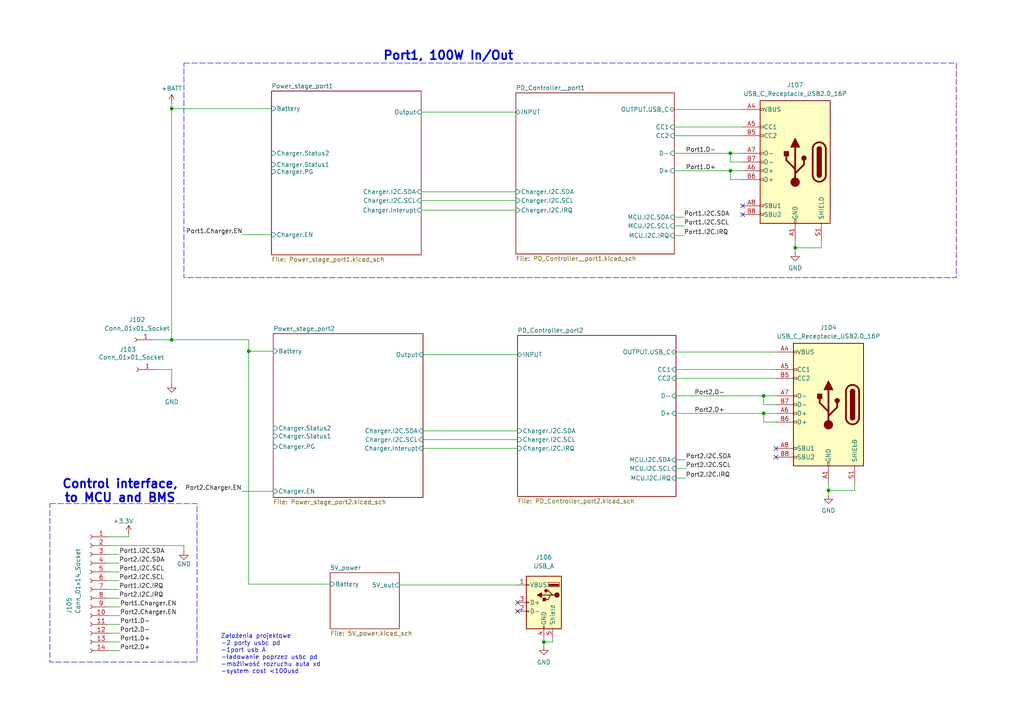
<source format=kicad_sch>
(kicad_sch (version 20231120) (generator "eeschema") (generator_version "8.0")
  (paper "A4")
  (lib_symbols
    (symbol "Connector:Conn_01x01_Socket" (pin_names (offset 1.016) hide)
      (property "Reference" "J" (at 0 2.54 0))
      (property "Value" "Conn_01x01_Socket" (at 0 -2.54 0))
      (symbol "Conn_01x01_Socket_1_1"
        (polyline (pts (xy -1.27 0) (xy -0.508 0)) (stroke (width 0.1524)))
        (arc (start 0 0.508) (mid -0.5058 0) (end 0 -0.508) (stroke (width 0.1524)))
        (pin passive line (at -5.08 0 0) (length 3.81) (name "Pin_1") (number "1"))
      )
    )
    (symbol "Connector:Conn_01x14_Socket" (pin_names (offset 1.016) hide)
      (property "Reference" "J" (at 0 17.78 0))
      (property "Value" "Conn_01x14_Socket" (at 0 -20.32 0))
      (symbol "Conn_01x14_Socket_1_1"
        (arc (start 0 -17.272) (mid -0.5058 -17.78) (end 0 -18.288) (stroke (width 0.1524)))
        (arc (start 0 -14.732) (mid -0.5058 -15.24) (end 0 -15.748) (stroke (width 0.1524)))
        (arc (start 0 -12.192) (mid -0.5058 -12.7) (end 0 -13.208) (stroke (width 0.1524)))
        (arc (start 0 -9.652) (mid -0.5058 -10.16) (end 0 -10.668) (stroke (width 0.1524)))
        (arc (start 0 -7.112) (mid -0.5058 -7.62) (end 0 -8.128) (stroke (width 0.1524)))
        (arc (start 0 -4.572) (mid -0.5058 -5.08) (end 0 -5.588) (stroke (width 0.1524)))
        (arc (start 0 -2.032) (mid -0.5058 -2.54) (end 0 -3.048) (stroke (width 0.1524)))
        (polyline (pts (xy -1.27 -17.78) (xy -0.508 -17.78)) (stroke (width 0.1524)))
        (polyline (pts (xy -1.27 -15.24) (xy -0.508 -15.24)) (stroke (width 0.1524)))
        (polyline (pts (xy -1.27 -12.7) (xy -0.508 -12.7)) (stroke (width 0.1524)))
        (polyline (pts (xy -1.27 -10.16) (xy -0.508 -10.16)) (stroke (width 0.1524)))
        (polyline (pts (xy -1.27 -7.62) (xy -0.508 -7.62)) (stroke (width 0.1524)))
        (polyline (pts (xy -1.27 -5.08) (xy -0.508 -5.08)) (stroke (width 0.1524)))
        (polyline (pts (xy -1.27 -2.54) (xy -0.508 -2.54)) (stroke (width 0.1524)))
        (polyline (pts (xy -1.27 0) (xy -0.508 0)) (stroke (width 0.1524)))
        (polyline (pts (xy -1.27 2.54) (xy -0.508 2.54)) (stroke (width 0.1524)))
        (polyline (pts (xy -1.27 5.08) (xy -0.508 5.08)) (stroke (width 0.1524)))
        (polyline (pts (xy -1.27 7.62) (xy -0.508 7.62)) (stroke (width 0.1524)))
        (polyline (pts (xy -1.27 10.16) (xy -0.508 10.16)) (stroke (width 0.1524)))
        (polyline (pts (xy -1.27 12.7) (xy -0.508 12.7)) (stroke (width 0.1524)))
        (polyline (pts (xy -1.27 15.24) (xy -0.508 15.24)) (stroke (width 0.1524)))
        (arc (start 0 0.508) (mid -0.5058 0) (end 0 -0.508) (stroke (width 0.1524)))
        (arc (start 0 3.048) (mid -0.5058 2.54) (end 0 2.032) (stroke (width 0.1524)))
        (arc (start 0 5.588) (mid -0.5058 5.08) (end 0 4.572) (stroke (width 0.1524)))
        (arc (start 0 8.128) (mid -0.5058 7.62) (end 0 7.112) (stroke (width 0.1524)))
        (arc (start 0 10.668) (mid -0.5058 10.16) (end 0 9.652) (stroke (width 0.1524)))
        (arc (start 0 13.208) (mid -0.5058 12.7) (end 0 12.192) (stroke (width 0.1524)))
        (arc (start 0 15.748) (mid -0.5058 15.24) (end 0 14.732) (stroke (width 0.1524)))
        (pin passive line (at -5.08 15.24 0) (length 3.81) (name "Pin_1") (number "1"))
        (pin passive line (at -5.08 -7.62 0) (length 3.81) (name "Pin_10") (number "10"))
        (pin passive line (at -5.08 -10.16 0) (length 3.81) (name "Pin_11") (number "11"))
        (pin passive line (at -5.08 -12.7 0) (length 3.81) (name "Pin_12") (number "12"))
        (pin passive line (at -5.08 -15.24 0) (length 3.81) (name "Pin_13") (number "13"))
        (pin passive line (at -5.08 -17.78 0) (length 3.81) (name "Pin_14") (number "14"))
        (pin passive line (at -5.08 12.7 0) (length 3.81) (name "Pin_2") (number "2"))
        (pin passive line (at -5.08 10.16 0) (length 3.81) (name "Pin_3") (number "3"))
        (pin passive line (at -5.08 7.62 0) (length 3.81) (name "Pin_4") (number "4"))
        (pin passive line (at -5.08 5.08 0) (length 3.81) (name "Pin_5") (number "5"))
        (pin passive line (at -5.08 2.54 0) (length 3.81) (name "Pin_6") (number "6"))
        (pin passive line (at -5.08 0 0) (length 3.81) (name "Pin_7") (number "7"))
        (pin passive line (at -5.08 -2.54 0) (length 3.81) (name "Pin_8") (number "8"))
        (pin passive line (at -5.08 -5.08 0) (length 3.81) (name "Pin_9") (number "9"))
      )
    )
    (symbol "Connector:USB_A" (pin_names (offset 1.016))
      (property "Reference" "J" (at -5.08 11.43 0))
      (property "Value" "USB_A" (at -5.08 8.89 0))
      (symbol "USB_A_0_1"
        (rectangle (start -5.08 -7.62) (end 5.08 7.62) (stroke (width 0.254)) (fill (type background)))
        (circle (center -3.81 2.159) (radius 0.635) (stroke (width 0.254)) (fill (type outline)))
        (rectangle (start -1.524 4.826) (end -4.318 5.334) (fill (type outline)))
        (rectangle (start -1.27 4.572) (end -4.572 5.842))
        (circle (center -0.635 3.429) (radius 0.381) (stroke (width 0.254)) (fill (type outline)))
        (rectangle (start -0.127 -7.62) (end 0.127 -6.858))
        (polyline (pts (xy -3.175 2.159) (xy -2.54 2.159) (xy -1.27 3.429) (xy -0.635 3.429)) (stroke (width 0.254)))
        (polyline (pts (xy -2.54 2.159) (xy -1.905 2.159) (xy -1.27 0.889) (xy 0 0.889)) (stroke (width 0.254)))
        (polyline (pts (xy 0.635 2.794) (xy 0.635 1.524) (xy 1.905 2.159) (xy 0.635 2.794)) (stroke (width 0.254)) (fill (type outline)))
        (rectangle (start 0.254 1.27) (end -0.508 0.508) (stroke (width 0.254)) (fill (type outline)))
        (rectangle (start 5.08 -2.667) (end 4.318 -2.413))
        (rectangle (start 5.08 -0.127) (end 4.318 0.127))
        (rectangle (start 5.08 4.953) (end 4.318 5.207))
      )
      (symbol "USB_A_1_1"
        (polyline (pts (xy -1.905 2.159) (xy 0.635 2.159)) (stroke (width 0.254)))
        (pin power_in line (at 7.62 5.08 180) (length 2.54) (name "VBUS") (number "1"))
        (pin bidirectional line (at 7.62 -2.54 180) (length 2.54) (name "D-") (number "2"))
        (pin bidirectional line (at 7.62 0 180) (length 2.54) (name "D+") (number "3"))
        (pin power_in line (at 0 -10.16 90) (length 2.54) (name "GND") (number "4"))
        (pin passive line (at -2.54 -10.16 90) (length 2.54) (name "Shield") (number "5"))
      )
    )
    (symbol "Connector:USB_C_Receptacle_USB2.0_16P" (pin_names (offset 1.016))
      (property "Reference" "J" (at 0 22.225 0))
      (property "Value" "USB_C_Receptacle_USB2.0_16P" (at 0 19.685 0))
      (symbol "USB_C_Receptacle_USB2.0_16P_0_0"
        (rectangle (start -0.254 -17.78) (end 0.254 -16.764))
        (rectangle (start 10.16 -14.986) (end 9.144 -15.494))
        (rectangle (start 10.16 -12.446) (end 9.144 -12.954))
        (rectangle (start 10.16 -4.826) (end 9.144 -5.334))
        (rectangle (start 10.16 -2.286) (end 9.144 -2.794))
        (rectangle (start 10.16 0.254) (end 9.144 -0.254))
        (rectangle (start 10.16 2.794) (end 9.144 2.286))
        (rectangle (start 10.16 7.874) (end 9.144 7.366))
        (rectangle (start 10.16 10.414) (end 9.144 9.906))
        (rectangle (start 10.16 15.494) (end 9.144 14.986))
      )
      (symbol "USB_C_Receptacle_USB2.0_16P_0_1"
        (rectangle (start -10.16 17.78) (end 10.16 -17.78) (stroke (width 0.254)) (fill (type background)))
        (arc (start -8.89 -3.81) (mid -6.985 -5.7067) (end -5.08 -3.81) (stroke (width 0.508)))
        (arc (start -7.62 -3.81) (mid -6.985 -4.4423) (end -6.35 -3.81) (stroke (width 0.254)))
        (arc (start -7.62 -3.81) (mid -6.985 -4.4423) (end -6.35 -3.81) (stroke (width 0.254)) (fill (type outline)))
        (rectangle (start -7.62 -3.81) (end -6.35 3.81) (stroke (width 0.254)) (fill (type outline)))
        (arc (start -6.35 3.81) (mid -6.985 4.4423) (end -7.62 3.81) (stroke (width 0.254)))
        (arc (start -6.35 3.81) (mid -6.985 4.4423) (end -7.62 3.81) (stroke (width 0.254)) (fill (type outline)))
        (arc (start -5.08 3.81) (mid -6.985 5.7067) (end -8.89 3.81) (stroke (width 0.508)))
        (circle (center -2.54 1.143) (radius 0.635) (stroke (width 0.254)) (fill (type outline)))
        (circle (center 0 -5.842) (radius 1.27) (fill (type outline)))
        (polyline (pts (xy -8.89 -3.81) (xy -8.89 3.81)) (stroke (width 0.508)))
        (polyline (pts (xy -5.08 3.81) (xy -5.08 -3.81)) (stroke (width 0.508)))
        (polyline (pts (xy 0 -5.842) (xy 0 4.318)) (stroke (width 0.508)))
        (polyline (pts (xy 0 -3.302) (xy -2.54 -0.762) (xy -2.54 0.508)) (stroke (width 0.508)))
        (polyline (pts (xy 0 -2.032) (xy 2.54 0.508) (xy 2.54 1.778)) (stroke (width 0.508)))
        (polyline (pts (xy -1.27 4.318) (xy 0 6.858) (xy 1.27 4.318) (xy -1.27 4.318)) (stroke (width 0.254)) (fill (type outline)))
        (rectangle (start 1.905 1.778) (end 3.175 3.048) (stroke (width 0.254)) (fill (type outline)))
      )
      (symbol "USB_C_Receptacle_USB2.0_16P_1_1"
        (pin passive line (at 0 -22.86 90) (length 5.08) (name "GND") (number "A1"))
        (pin passive line (at 0 -22.86 90) (length 5.08) hide (name "GND") (number "A12"))
        (pin passive line (at 15.24 15.24 180) (length 5.08) (name "VBUS") (number "A4"))
        (pin bidirectional line (at 15.24 10.16 180) (length 5.08) (name "CC1") (number "A5"))
        (pin bidirectional line (at 15.24 -2.54 180) (length 5.08) (name "D+") (number "A6"))
        (pin bidirectional line (at 15.24 2.54 180) (length 5.08) (name "D-") (number "A7"))
        (pin bidirectional line (at 15.24 -12.7 180) (length 5.08) (name "SBU1") (number "A8"))
        (pin passive line (at 15.24 15.24 180) (length 5.08) hide (name "VBUS") (number "A9"))
        (pin passive line (at 0 -22.86 90) (length 5.08) hide (name "GND") (number "B1"))
        (pin passive line (at 0 -22.86 90) (length 5.08) hide (name "GND") (number "B12"))
        (pin passive line (at 15.24 15.24 180) (length 5.08) hide (name "VBUS") (number "B4"))
        (pin bidirectional line (at 15.24 7.62 180) (length 5.08) (name "CC2") (number "B5"))
        (pin bidirectional line (at 15.24 -5.08 180) (length 5.08) (name "D+") (number "B6"))
        (pin bidirectional line (at 15.24 0 180) (length 5.08) (name "D-") (number "B7"))
        (pin bidirectional line (at 15.24 -15.24 180) (length 5.08) (name "SBU2") (number "B8"))
        (pin passive line (at 15.24 15.24 180) (length 5.08) hide (name "VBUS") (number "B9"))
        (pin passive line (at -7.62 -22.86 90) (length 5.08) (name "SHIELD") (number "S1"))
      )
    )
    (symbol "GND_1" (power) (pin_numbers hide) (pin_names (offset 0) hide)
      (property "Value" "GND" (at 0 -3.81 0))
      (symbol "GND_1_0_1"
        (polyline (pts (xy 0 0) (xy 0 -1.27) (xy 1.27 -1.27) (xy 0 -2.54) (xy -1.27 -1.27) (xy 0 -1.27)))
      )
      (symbol "GND_1_1_1"
        (pin power_in line (at 0 0 270) (length 0) (name "~") (number "1"))
      )
    )
    (symbol "power:+3.3V" (power) (pin_names (offset 0))
      (property "Value" "+3.3V" (at 0 3.556 0))
      (symbol "+3.3V_0_1"
        (polyline (pts (xy -0.762 1.27) (xy 0 2.54)))
        (polyline (pts (xy 0 0) (xy 0 2.54)))
        (polyline (pts (xy 0 2.54) (xy 0.762 1.27)))
      )
      (symbol "+3.3V_1_1"
        (pin power_in line (at 0 0 90) (length 0) hide (name "+3.3V") (number "1"))
      )
    )
    (symbol "power:+BATT" (power) (pin_numbers hide) (pin_names (offset 0) hide)
      (property "Value" "+BATT" (at 0 3.556 0))
      (symbol "+BATT_0_1"
        (polyline (pts (xy -0.762 1.27) (xy 0 2.54)))
        (polyline (pts (xy 0 0) (xy 0 2.54)))
        (polyline (pts (xy 0 2.54) (xy 0.762 1.27)))
      )
      (symbol "+BATT_1_1"
        (pin power_in line (at 0 0 90) (length 0) (name "~") (number "1"))
      )
    )
    (symbol "power:GND" (power) (pin_names (offset 0))
      (property "Value" "GND" (at 0 -3.81 0))
      (symbol "GND_0_1"
        (polyline (pts (xy 0 0) (xy 0 -1.27) (xy 1.27 -1.27) (xy 0 -2.54) (xy -1.27 -1.27) (xy 0 -1.27)))
      )
      (symbol "GND_1_1"
        (pin power_in line (at 0 0 270) (length 0) hide (name "GND") (number "1"))
      )
    )
  )
  (junction (at 72.136 101.854))
  (junction (at 240.284 142.24))
  (junction (at 211.836 44.45))
  (junction (at 221.488 119.888))
  (junction (at 230.632 71.882))
  (junction (at 157.734 186.2074))
  (junction (at 221.488 114.808))
  (junction (at 49.784 31.496))
  (junction (at 211.836 49.53))
  (junction (at 49.784 98.552))
  (no_connect (at 215.392 62.23))
  (no_connect (at 150.114 177.292))
  (no_connect (at 150.114 174.752))
  (no_connect (at 215.392 59.69))
  (no_connect (at 225.044 130.048))
  (no_connect (at 225.044 132.588))
  (wire (pts (xy 196.088 119.888) (xy 221.488 119.888)))
  (wire (pts (xy 247.904 127.508) (xy 247.904 129.54)))
  (wire (pts (xy 238.252 69.85) (xy 238.252 71.882)))
  (wire (pts (xy 211.836 52.07) (xy 211.836 49.53)))
  (wire (pts (xy 195.58 65.532) (xy 198.374 65.532)))
  (wire (pts (xy 195.58 36.83) (xy 215.392 36.83)))
  (wire (pts (xy 49.784 31.496) (xy 49.784 98.552)))
  (wire (pts (xy 195.58 68.326) (xy 198.374 68.326)))
  (wire (pts (xy 230.632 71.882) (xy 230.632 73.152)))
  (wire (pts (xy 49.784 107.188) (xy 49.784 111.252)))
  (wire (pts (xy 196.088 138.684) (xy 198.882 138.684)))
  (wire (pts (xy 49.784 29.972) (xy 49.784 31.496)))
  (wire (pts (xy 195.58 62.992) (xy 198.374 62.992)))
  (wire (pts (xy 160.274 184.912) (xy 160.274 186.2074)))
  (wire (pts (xy 240.284 142.24) (xy 247.904 142.24)))
  (wire (pts (xy 31.242 178.562) (xy 34.798 178.562)))
  (wire (pts (xy 211.836 49.53) (xy 215.392 49.53)))
  (wire (pts (xy 34.544 170.942) (xy 31.242 170.942)))
  (wire (pts (xy 122.682 124.968) (xy 150.114 124.968)))
  (wire (pts (xy 196.088 102.108) (xy 225.044 102.108)))
  (wire (pts (xy 221.488 117.348) (xy 221.488 114.808)))
  (wire (pts (xy 72.136 169.418) (xy 72.136 101.854)))
  (wire (pts (xy 221.488 122.428) (xy 221.488 119.888)))
  (wire (pts (xy 115.824 169.672) (xy 150.114 169.672)))
  (wire (pts (xy 211.836 46.99) (xy 211.836 44.45)))
  (wire (pts (xy 44.704 107.188) (xy 49.784 107.188)))
  (wire (pts (xy 31.242 186.182) (xy 34.798 186.182)))
  (wire (pts (xy 31.242 168.402) (xy 34.544 168.402)))
  (wire (pts (xy 196.088 109.728) (xy 225.044 109.728)))
  (wire (pts (xy 122.174 32.512) (xy 149.606 32.512)))
  (wire (pts (xy 196.088 114.808) (xy 221.488 114.808)))
  (wire (pts (xy 215.392 52.07) (xy 211.836 52.07)))
  (wire (pts (xy 49.784 98.552) (xy 72.136 98.552)))
  (wire (pts (xy 195.58 39.37) (xy 215.392 39.37)))
  (wire (pts (xy 72.136 101.854) (xy 79.248 101.854)))
  (wire (pts (xy 122.174 60.96) (xy 149.606 60.96)))
  (wire (pts (xy 230.632 71.882) (xy 238.252 71.882)))
  (wire (pts (xy 122.174 58.166) (xy 149.606 58.166)))
  (wire (pts (xy 31.242 165.862) (xy 34.544 165.862)))
  (wire (pts (xy 95.758 169.418) (xy 72.136 169.418)))
  (wire (pts (xy 72.136 101.854) (xy 72.136 98.552)))
  (wire (pts (xy 31.242 163.322) (xy 34.544 163.322)))
  (wire (pts (xy 195.58 44.45) (xy 211.836 44.45)))
  (wire (pts (xy 37.338 155.702) (xy 31.242 155.702)))
  (wire (pts (xy 195.58 49.53) (xy 211.836 49.53)))
  (wire (pts (xy 53.34 158.242) (xy 31.242 158.242)))
  (wire (pts (xy 240.284 142.24) (xy 240.284 143.51)))
  (wire (pts (xy 221.488 119.888) (xy 225.044 119.888)))
  (wire (pts (xy 160.274 186.2074) (xy 157.734 186.2074)))
  (wire (pts (xy 34.544 173.482) (xy 31.242 173.482)))
  (wire (pts (xy 122.682 102.87) (xy 150.114 102.87)))
  (wire (pts (xy 157.734 186.2074) (xy 157.734 187.4012)))
  (wire (pts (xy 196.088 107.188) (xy 225.044 107.188)))
  (wire (pts (xy 49.784 31.496) (xy 78.74 31.496)))
  (wire (pts (xy 31.242 188.722) (xy 34.798 188.722)))
  (wire (pts (xy 122.682 130.048) (xy 150.114 130.048)))
  (wire (pts (xy 31.242 160.782) (xy 34.544 160.782)))
  (wire (pts (xy 196.088 135.89) (xy 198.882 135.89)))
  (wire (pts (xy 31.242 183.642) (xy 34.798 183.642)))
  (wire (pts (xy 225.044 117.348) (xy 221.488 117.348)))
  (wire (pts (xy 211.836 44.45) (xy 215.392 44.45)))
  (wire (pts (xy 240.284 140.208) (xy 240.284 142.24)))
  (wire (pts (xy 195.58 31.75) (xy 215.392 31.75)))
  (wire (pts (xy 215.392 46.99) (xy 211.836 46.99)))
  (wire (pts (xy 31.242 176.022) (xy 34.798 176.022)))
  (wire (pts (xy 44.196 98.552) (xy 49.784 98.552)))
  (wire (pts (xy 37.338 154.94) (xy 37.338 155.702)))
  (wire (pts (xy 230.632 69.85) (xy 230.632 71.882)))
  (wire (pts (xy 247.904 140.208) (xy 247.904 142.24)))
  (wire (pts (xy 122.682 127.508) (xy 150.114 127.508)))
  (wire (pts (xy 196.088 133.35) (xy 198.882 133.35)))
  (wire (pts (xy 122.174 55.626) (xy 149.606 55.626)))
  (wire (pts (xy 31.242 181.102) (xy 34.798 181.102)))
  (wire (pts (xy 221.488 114.808) (xy 225.044 114.808)))
  (wire (pts (xy 225.044 122.428) (xy 221.488 122.428)))
  (wire (pts (xy 157.734 184.912) (xy 157.734 186.2074)))
  (wire (pts (xy 70.358 68.072) (xy 78.74 68.072)))
  (wire (pts (xy 70.104 142.494) (xy 79.248 142.494)))
  (wire (pts (xy 53.34 159.766) (xy 53.34 158.242)))
  (rectangle (start 14.478 146.05) (end 57.15 192.024) (stroke (width 0) (type dash)))
  (rectangle (start 53.34 18.288) (end 277.368 80.518) (stroke (width 0) (type dash)))
  (text "Control interface,\nto MCU and BMS" (at 34.798 142.494 0) (effects (font (size 2.5 2.5) (thickness 0.5) (bold yes))))
  (text "Założenia projektowe\n-2 porty usbc pd\n-1port usb A\n-ładowanie poprzez usbc pd \n-możliwość rozruchu auta xd\n-system cost <100usd\n\n" (at 64.008 197.612 0) (effects (font (size 1.27 1.27)) (justify left bottom)))
  (text "Port1, 100W In/Out" (at 130.048 16.256 0) (effects (font (size 2.5 2.5) (thickness 0.5) (bold yes))))
  (label "Port1.I2C.SCL" (at 198.374 65.532 0))
  (label "Port1.I2C.SCL" (at 34.544 165.862 0))
  (label "Port2.I2C.IRQ" (at 198.882 138.684 0))
  (label "Port1.Charger.EN" (at 34.798 176.022 0))
  (label "Port2.Charger.EN" (at 70.104 142.494 180))
  (label "Port2.I2C.SCL" (at 198.882 135.89 0))
  (label "Port1.D-" (at 34.798 181.102 0))
  (label "Port2.I2C.IRQ" (at 34.544 173.482 0))
  (label "Port1.I2C.IRQ" (at 34.544 170.942 0))
  (label "Port2.D+" (at 201.422 119.888 0))
  (label "Port2.D+" (at 34.798 188.722 0))
  (label "Port1.I2C.SDA" (at 198.374 62.992 0))
  (label "Port2.D-" (at 201.422 114.808 0))
  (label "Port1.I2C.SDA" (at 34.544 160.782 0))
  (label "Port1.D+" (at 34.798 186.182 0))
  (label "Port2.I2C.SDA" (at 198.882 133.35 0))
  (label "Port2.D-" (at 34.798 183.642 0))
  (label "Port2.I2C.SDA" (at 34.544 163.322 0))
  (label "Port1.D+" (at 198.882 49.53 0))
  (label "Port2.I2C.SCL" (at 34.544 168.402 0))
  (label "Port1.I2C.IRQ" (at 198.374 68.326 0))
  (label "Port1.D-" (at 198.882 44.45 0))
  (label "Port1.Charger.EN" (at 70.358 68.072 180))
  (label "Port2.Charger.EN" (at 34.798 178.562 0))
  (symbol (lib_id "Connector:USB_A") (at 157.734 174.752 0) (mirror y) (unit 1)
    (property "Reference" "J106" (at 157.734 161.6456 0))
    (property "Value" "USB_A" (at 157.734 164.1856 0))
    (property "Footprint" "Connector_USB:USB_A_CNCTech_1001-011-01101_Horizontal" (effects (hide yes)))
    (property "Datasheet" " ~" (effects (hide yes)))
  )
  (symbol (lib_id "power:GND") (at 157.734 187.4012 0) (unit 1)
    (property "Reference" "#PWR0104" (effects (hide yes)))
    (property "Value" "GND" (at 157.734 192.1002 0))
  )
  (symbol (lib_name "GND_1") (lib_id "power:GND") (at 53.34 159.766 0) (unit 1)
    (property "Reference" "#PWR0247" (effects (hide yes)))
    (property "Value" "GND" (at 53.34 163.576 0))
    (property "Description" "Power symbol creates a global label with name \"GND\" , ground" (effects (hide yes)))
  )
  (symbol (lib_id "Connector:Conn_01x01_Socket") (at 39.624 107.188 180) (unit 1)
    (property "Reference" "J103" (at 37.084 101.346 0))
    (property "Value" "Conn_01x01_Socket" (at 38.1 103.632 0))
    (property "Footprint" "TestPoint:TestPoint_Pad_4.0x4.0mm" (effects (hide yes)))
    (property "Description" "Generic connector, single row, 01x01, script generated" (effects (hide yes)))
  )
  (symbol (lib_id "power:GND") (at 240.284 143.51 0) (unit 1)
    (property "Reference" "#PWR0208" (effects (hide yes)))
    (property "Value" "GND" (at 240.284 148.082 0))
  )
  (symbol (lib_id "power:GND") (at 230.632 73.152 0) (unit 1)
    (property "Reference" "#PWR0102" (effects (hide yes)))
    (property "Value" "GND" (at 230.632 77.724 0))
  )
  (symbol (lib_id "Connector:Conn_01x14_Socket") (at 26.162 170.942 0) (mirror y) (unit 1)
    (property "Reference" "J105" (at 20.066 178.054 90) (effects (justify left)))
    (property "Value" "Conn_01x14_Socket" (at 22.606 178.054 90) (effects (justify left)))
    (property "Footprint" "Connector_PinHeader_1.00mm:PinHeader_2x07_P1.00mm_Vertical_SMD" (effects (hide yes)))
    (property "Description" "Generic connector, single row, 01x14, script generated" (effects (hide yes)))
  )
  (symbol (lib_id "power:+BATT") (at 49.784 29.972 0) (unit 1)
    (property "Reference" "#PWR0209" (effects (hide yes)))
    (property "Value" "+BATT" (at 49.784 25.654 0))
    (property "Description" "Power symbol creates a global label with name \"+BATT\"" (effects (hide yes)))
  )
  (symbol (lib_id "Connector:USB_C_Receptacle_USB2.0_16P") (at 230.632 46.99 0) (mirror y) (unit 1)
    (property "Reference" "J107" (at 230.632 24.638 0))
    (property "Value" "USB_C_Receptacle_USB2.0_16P" (at 230.632 27.178 0))
    (property "Footprint" "Connector_USB:USB_C_Receptacle_GCT_USB4110" (effects (hide yes)))
    (property "Datasheet" "https://www.usb.org/sites/default/files/documents/usb_type-c.zip" (effects (hide yes)))
    (property "Description" "USB 2.0-only 16P Type-C Receptacle connector" (effects (hide yes)))
  )
  (symbol (lib_id "Connector:USB_C_Receptacle_USB2.0_16P") (at 240.284 117.348 0) (mirror y) (unit 1)
    (property "Reference" "J104" (at 240.284 94.996 0))
    (property "Value" "USB_C_Receptacle_USB2.0_16P" (at 240.284 97.536 0))
    (property "Footprint" "Connector_USB:USB_C_Receptacle_GCT_USB4110" (effects (hide yes)))
    (property "Datasheet" "https://www.usb.org/sites/default/files/documents/usb_type-c.zip" (effects (hide yes)))
    (property "Description" "USB 2.0-only 16P Type-C Receptacle connector" (effects (hide yes)))
  )
  (symbol (lib_id "Connector:Conn_01x01_Socket") (at 39.116 98.552 180) (unit 1)
    (property "Reference" "J102" (at 39.751 92.71 0))
    (property "Value" "Conn_01x01_Socket" (at 39.751 95.25 0))
    (property "Footprint" "TestPoint:TestPoint_Pad_4.0x4.0mm" (effects (hide yes)))
    (property "Description" "Generic connector, single row, 01x01, script generated" (effects (hide yes)))
  )
  (symbol (lib_name "GND_1") (lib_id "power:GND") (at 49.784 111.252 0) (unit 1)
    (property "Reference" "#PWR0101" (effects (hide yes)))
    (property "Value" "GND" (at 49.784 116.586 0))
    (property "Description" "Power symbol creates a global label with name \"GND\" , ground" (effects (hide yes)))
  )
  (symbol (lib_id "power:+3.3V") (at 37.338 154.94 0) (unit 1)
    (property "Reference" "#PWR0211" (effects (hide yes)))
    (property "Value" "+3.3V" (at 32.766 151.13 0) (effects (justify left)))
  )
  (sheet (at 150.114 97.282) (size 45.974 46.736) (stroke (width 0.1524))
    (property "Sheetname" "PD_Controller_port2" (at 150.114 96.5704 0) (effects (justify left bottom)))
    (property "Sheetfile" "PD_Controller_port2.kicad_sch" (at 150.114 144.6026 0) (effects (justify left top)))
    (pin "OUTPUT.USB_C" bidirectional (at 196.088 102.108 0))
    (pin "D-" input (at 196.088 114.808 0))
    (pin "D+" input (at 196.088 119.888 0))
    (pin "INPUT" bidirectional (at 150.114 102.87 180))
    (pin "MCU.I2C.SCL" input (at 196.088 135.89 0))
    (pin "CC1" input (at 196.088 107.188 0))
    (pin "MCU.I2C.IRQ" input (at 196.088 138.684 0))
    (pin "Charger.I2C.SDA" input (at 150.114 124.968 180))
    (pin "Charger.I2C.SCL" input (at 150.114 127.508 180))
    (pin "Charger.I2C.IRQ" input (at 150.114 130.048 180))
    (pin "MCU.I2C.SDA" input (at 196.088 133.35 0))
    (pin "CC2" input (at 196.088 109.728 0))
  )
  (sheet (at 79.248 96.774) (size 43.434 47.498) (stroke (width 0.1524))
    (property "Sheetname" "Power_stage_port2" (at 79.248 96.0624 0) (effects (justify left bottom)))
    (property "Sheetfile" "Power_stage_port2.kicad_sch" (at 79.248 144.8566 0) (effects (justify left top)))
    (pin "Battery" input (at 79.248 101.854 180))
    (pin "Charger.Status1" input (at 79.248 126.492 180))
    (pin "Charger.EN" input (at 79.248 142.494 180))
    (pin "Charger.Status2" input (at 79.248 124.206 180))
    (pin "Charger.PG" input (at 79.248 129.54 180))
    (pin "Output" input (at 122.682 102.87 0))
    (pin "Charger.I2C.SDA" input (at 122.682 124.968 0))
    (pin "Charger.I2C.SCL" input (at 122.682 127.508 0))
    (pin "Charger.Interupt" input (at 122.682 130.048 0))
  )
  (sheet (at 149.606 26.924) (size 45.974 46.736) (stroke (width 0.1524))
    (property "Sheetname" "PD_Controller__port1" (at 149.606 26.2124 0) (effects (justify left bottom)))
    (property "Sheetfile" "PD_Controller__port1.kicad_sch" (at 149.606 74.2446 0) (effects (justify left top)))
    (pin "OUTPUT.USB_C" bidirectional (at 195.58 31.75 0))
    (pin "D-" input (at 195.58 44.45 0))
    (pin "D+" input (at 195.58 49.53 0))
    (pin "INPUT" bidirectional (at 149.606 32.512 180))
    (pin "MCU.I2C.SCL" input (at 195.58 65.532 0))
    (pin "CC1" input (at 195.58 36.83 0))
    (pin "MCU.I2C.IRQ" input (at 195.58 68.326 0))
    (pin "Charger.I2C.SDA" input (at 149.606 55.626 180))
    (pin "Charger.I2C.SCL" input (at 149.606 58.166 180))
    (pin "Charger.I2C.IRQ" input (at 149.606 60.96 180))
    (pin "MCU.I2C.SDA" input (at 195.58 62.992 0))
    (pin "CC2" input (at 195.58 39.37 0))
  )
  (sheet (at 95.758 166.116) (size 20.066 16.256) (stroke (width 0.1524))
    (property "Sheetname" "5V_power" (at 95.758 165.4044 0) (effects (justify left bottom)))
    (property "Sheetfile" "5V_power.kicad_sch" (at 95.758 182.9566 0) (effects (justify left top)))
    (pin "Battery" input (at 95.758 169.418 180))
    (pin "5V_out" input (at 115.824 169.672 0))
  )
  (sheet (at 78.74 26.416) (size 43.434 47.498) (stroke (width 0.1524))
    (property "Sheetname" "Power_stage_port1" (at 78.74 25.7044 0) (effects (justify left bottom)))
    (property "Sheetfile" "Power_stage_port1.kicad_sch" (at 78.74 74.4986 0) (effects (justify left top)))
    (pin "Battery" input (at 78.74 31.496 180))
    (pin "Charger.Status1" input (at 78.74 47.752 180))
    (pin "Charger.EN" input (at 78.74 68.072 180))
    (pin "Charger.Status2" input (at 78.74 44.45 180))
    (pin "Charger.PG" input (at 78.74 49.784 180))
    (pin "Output" input (at 122.174 32.512 0))
    (pin "Charger.I2C.SDA" input (at 122.174 55.626 0))
    (pin "Charger.I2C.SCL" input (at 122.174 58.166 0))
    (pin "Charger.Interupt" input (at 122.174 60.96 0))
  )
)
</source>
